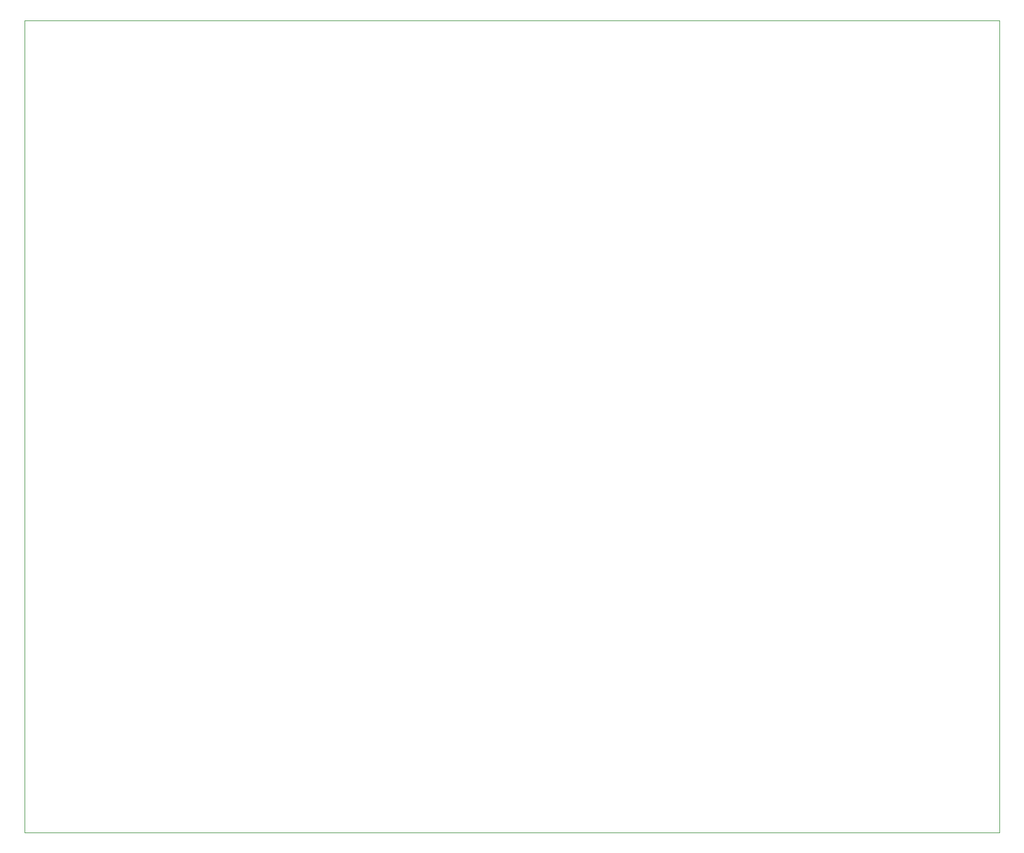
<source format=gbr>
G04 #@! TF.FileFunction,Profile,NP*
%FSLAX46Y46*%
G04 Gerber Fmt 4.6, Leading zero omitted, Abs format (unit mm)*
G04 Created by KiCad (PCBNEW 4.0.1-stable) date 2017/01/26 22:55:25*
%MOMM*%
G01*
G04 APERTURE LIST*
%ADD10C,0.100000*%
G04 APERTURE END LIST*
D10*
X169500000Y-29500000D02*
X169500000Y-31500000D01*
X169500000Y-147000000D02*
X169500000Y-145500000D01*
X28500000Y-147000000D02*
X169500000Y-147000000D01*
X28500000Y-29500000D02*
X28500000Y-147000000D01*
X169500000Y-29500000D02*
X28500000Y-29500000D01*
X169500000Y-146000000D02*
X169500000Y-31000000D01*
M02*

</source>
